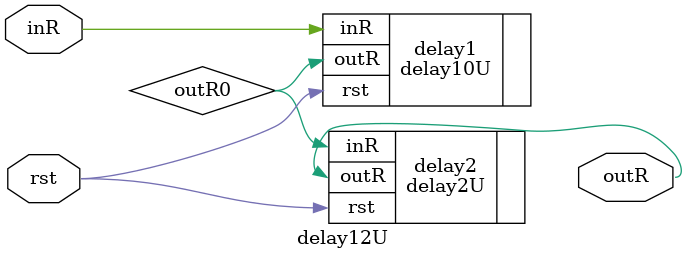
<source format=v>
`timescale 1ns / 1ps

module delay12U(inR, outR, rst);
input inR, rst;
output outR;

wire outR0;


delay10U delay1(.inR(inR  ), .outR(outR0), .rst(rst));
delay2U  delay2(.inR(outR0), .outR(outR ), .rst(rst));
endmodule


</source>
